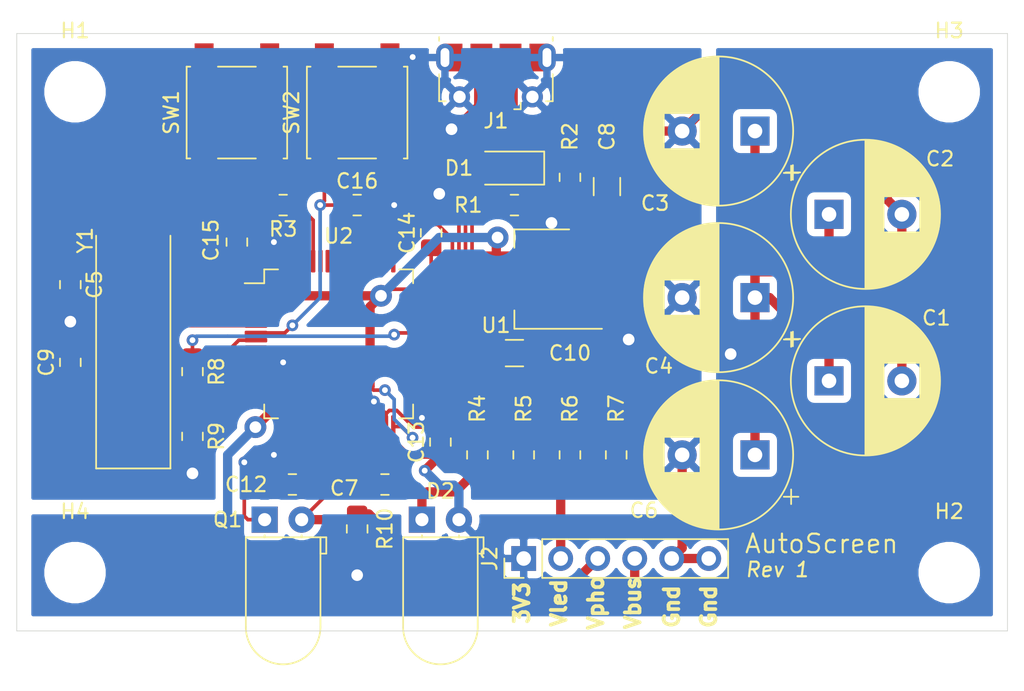
<source format=kicad_pcb>
(kicad_pcb (version 20171130) (host pcbnew "(5.1.4)-1")
  (layers (0 F.Cu signal) (31 B.Cu signal) (34 B.Paste user) (35 F.Paste user) (36 B.SilkS user) (37 F.SilkS user) (38 B.Mask user) (39 F.Mask user) (44 Edge.Cuts user))
  (net 0 "")
  (net 1 GND)
  (net 2 "Net-(C1-Pad1)")
  (net 3 "Net-(C5-Pad1)")
  (net 4 "Net-(C7-Pad1)")
  (net 5 "Net-(C9-Pad1)")
  (net 6 +3V3)
  (net 7 /NRST)
  (net 8 /Vbus)
  (net 9 "Net-(D1-Pad1)")
  (net 10 /USB_DP)
  (net 11 /USB_DM)
  (net 12 /BOOT0)
  (net 13 "Net-(R4-Pad2)")
  (net 14 "Net-(R5-Pad2)")
  (net 15 "Net-(R6-Pad2)")
  (net 16 "Net-(R7-Pad2)")
  (net 17 /Vbus_div2)
  (net 18 /Vled)
  (net 19 /Vphoto)
  (module Connector_PinHeader_2.54mm:PinHeader_1x06_P2.54mm_Vertical (layer F.Cu) (at 137.795 129.032 90)
    (fp_text reference J2 (at 0 -2.33 90) (layer F.SilkS))
    (fp_text value Conn_01x06_Male)
    (pad 6 thru_hole oval (at 0 12.7 90) (size 1.7 1.7) (drill 1) (layers *.Cu *.Mask) (net 1 GND))
    (pad 5 thru_hole oval (at 0 10.16 90) (size 1.7 1.7) (drill 1) (layers *.Cu *.Mask) (net 1 GND))
    (pad 4 thru_hole oval (at 0 7.62 90) (size 1.7 1.7) (drill 1) (layers *.Cu *.Mask) (net 8 /Vbus))
    (pad 3 thru_hole oval (at 0 5.08 90) (size 1.7 1.7) (drill 1) (layers *.Cu *.Mask) (net 19 /Vphoto))
    (pad 2 thru_hole oval (at 0 2.54 90) (size 1.7 1.7) (drill 1) (layers *.Cu *.Mask) (net 18 /Vled))
    (pad 1 thru_hole rect (at 0 0 90) (size 1.7 1.7) (drill 1) (layers *.Cu *.Mask) (net 6 +3V3))
  )
  (module MountingHole:MountingHole_3.2mm_M3 (layer F.Cu) (at 107 130)
    (fp_text reference H4 (at 0 -4.2) (layer F.SilkS))
    (fp_text value MountingHole)
    (pad 1 np_thru_hole circle (at 0 0) (size 3.2 3.2) (drill 3.2) (layers *.Cu *.Mask))
  )
  (module MountingHole:MountingHole_3.2mm_M3 (layer F.Cu) (at 167 97)
    (fp_text reference H3 (at 0 -4.2) (layer F.SilkS))
    (fp_text value MountingHole)
    (pad 1 np_thru_hole circle (at 0 0) (size 3.2 3.2) (drill 3.2) (layers *.Cu *.Mask))
  )
  (module MountingHole:MountingHole_3.2mm_M3 (layer F.Cu) (at 167 130)
    (fp_text reference H2 (at 0 -4.2) (layer F.SilkS))
    (fp_text value MountingHole)
    (pad 1 np_thru_hole circle (at 0 0) (size 3.2 3.2) (drill 3.2) (layers *.Cu *.Mask))
  )
  (module MountingHole:MountingHole_3.2mm_M3 (layer F.Cu) (at 107 97)
    (fp_text reference H1 (at 0 -4.2) (layer F.SilkS))
    (fp_text value MountingHole)
    (pad 1 np_thru_hole circle (at 0 0) (size 3.2 3.2) (drill 3.2) (layers *.Cu *.Mask))
  )
  (module Capacitor_SMD:C_0805_2012Metric_Pad1.15x1.40mm_HandSolder (layer F.Cu) (at 131.445 106.68 90)
    (fp_text reference C14 (at 0 -1.65 90) (layer F.SilkS))
    (fp_text value 0.1uF)
    (pad 2 smd roundrect (at 1.025 0 90) (size 1.15 1.4) (layers F.Cu F.Paste F.Mask) (roundrect_rratio 0.217391) (net 1 GND))
    (pad 1 smd roundrect (at -1.025 0 90) (size 1.15 1.4) (layers F.Cu F.Paste F.Mask) (roundrect_rratio 0.217391) (net 6 +3V3))
  )
  (module Crystal:Crystal_SMD_HC49-SD_HandSoldering (layer F.Cu) (at 110.998 112.776 90)
    (fp_text reference Y1 (at 5.588 -3.302 90) (layer F.SilkS))
    (fp_text value 12MHz)
    (pad 2 smd rect (at 5.9375 0 90) (size 7.875 2) (layers F.Cu F.Paste F.Mask) (net 3 "Net-(C5-Pad1)"))
    (pad 1 smd rect (at -5.9375 0 90) (size 7.875 2) (layers F.Cu F.Paste F.Mask) (net 5 "Net-(C9-Pad1)"))
  )
  (module Package_QFP:LQFP-64_10x10mm_P0.5mm (layer F.Cu) (at 125.095 114.3)
    (fp_text reference U2 (at 0 -7.4) (layer F.SilkS))
    (fp_text value STM32F722RETx)
    (pad 64 smd roundrect (at -3.75 -5.675) (size 0.3 1.55) (layers F.Cu F.Paste F.Mask) (net 6 +3V3))
    (pad 63 smd roundrect (at -3.25 -5.675) (size 0.3 1.55) (layers F.Cu F.Paste F.Mask) (net 1 GND))
    (pad 62 smd roundrect (at -2.75 -5.675) (size 0.3 1.55) (layers F.Cu F.Paste F.Mask))
    (pad 61 smd roundrect (at -2.25 -5.675) (size 0.3 1.55) (layers F.Cu F.Paste F.Mask))
    (pad 60 smd roundrect (at -1.75 -5.675) (size 0.3 1.55) (layers F.Cu F.Paste F.Mask) (net 12 /BOOT0))
    (pad 59 smd roundrect (at -1.25 -5.675) (size 0.3 1.55) (layers F.Cu F.Paste F.Mask))
    (pad 58 smd roundrect (at -0.75 -5.675) (size 0.3 1.55) (layers F.Cu F.Paste F.Mask))
    (pad 57 smd roundrect (at -0.25 -5.675) (size 0.3 1.55) (layers F.Cu F.Paste F.Mask))
    (pad 56 smd roundrect (at 0.25 -5.675) (size 0.3 1.55) (layers F.Cu F.Paste F.Mask))
    (pad 55 smd roundrect (at 0.75 -5.675) (size 0.3 1.55) (layers F.Cu F.Paste F.Mask))
    (pad 54 smd roundrect (at 1.25 -5.675) (size 0.3 1.55) (layers F.Cu F.Paste F.Mask))
    (pad 53 smd roundrect (at 1.75 -5.675) (size 0.3 1.55) (layers F.Cu F.Paste F.Mask))
    (pad 52 smd roundrect (at 2.25 -5.675) (size 0.3 1.55) (layers F.Cu F.Paste F.Mask))
    (pad 51 smd roundrect (at 2.75 -5.675) (size 0.3 1.55) (layers F.Cu F.Paste F.Mask))
    (pad 50 smd roundrect (at 3.25 -5.675) (size 0.3 1.55) (layers F.Cu F.Paste F.Mask))
    (pad 49 smd roundrect (at 3.75 -5.675) (size 0.3 1.55) (layers F.Cu F.Paste F.Mask))
    (pad 48 smd roundrect (at 5.675 -3.75) (size 1.55 0.3) (layers F.Cu F.Paste F.Mask) (net 6 +3V3))
    (pad 47 smd roundrect (at 5.675 -3.25) (size 1.55 0.3) (layers F.Cu F.Paste F.Mask) (net 1 GND))
    (pad 46 smd roundrect (at 5.675 -2.75) (size 1.55 0.3) (layers F.Cu F.Paste F.Mask))
    (pad 45 smd roundrect (at 5.675 -2.25) (size 1.55 0.3) (layers F.Cu F.Paste F.Mask) (net 10 /USB_DP))
    (pad 44 smd roundrect (at 5.675 -1.75) (size 1.55 0.3) (layers F.Cu F.Paste F.Mask) (net 11 /USB_DM))
    (pad 43 smd roundrect (at 5.675 -1.25) (size 1.55 0.3) (layers F.Cu F.Paste F.Mask))
    (pad 42 smd roundrect (at 5.675 -0.75) (size 1.55 0.3) (layers F.Cu F.Paste F.Mask) (net 8 /Vbus))
    (pad 41 smd roundrect (at 5.675 -0.25) (size 1.55 0.3) (layers F.Cu F.Paste F.Mask))
    (pad 40 smd roundrect (at 5.675 0.25) (size 1.55 0.3) (layers F.Cu F.Paste F.Mask))
    (pad 39 smd roundrect (at 5.675 0.75) (size 1.55 0.3) (layers F.Cu F.Paste F.Mask))
    (pad 38 smd roundrect (at 5.675 1.25) (size 1.55 0.3) (layers F.Cu F.Paste F.Mask))
    (pad 37 smd roundrect (at 5.675 1.75) (size 1.55 0.3) (layers F.Cu F.Paste F.Mask))
    (pad 36 smd roundrect (at 5.675 2.25) (size 1.55 0.3) (layers F.Cu F.Paste F.Mask) (net 16 "Net-(R7-Pad2)"))
    (pad 35 smd roundrect (at 5.675 2.75) (size 1.55 0.3) (layers F.Cu F.Paste F.Mask) (net 15 "Net-(R6-Pad2)"))
    (pad 34 smd roundrect (at 5.675 3.25) (size 1.55 0.3) (layers F.Cu F.Paste F.Mask) (net 14 "Net-(R5-Pad2)"))
    (pad 33 smd roundrect (at 5.675 3.75) (size 1.55 0.3) (layers F.Cu F.Paste F.Mask) (net 13 "Net-(R4-Pad2)"))
    (pad 32 smd roundrect (at 3.75 5.675) (size 0.3 1.55) (layers F.Cu F.Paste F.Mask) (net 6 +3V3))
    (pad 31 smd roundrect (at 3.25 5.675) (size 0.3 1.55) (layers F.Cu F.Paste F.Mask) (net 1 GND))
    (pad 30 smd roundrect (at 2.75 5.675) (size 0.3 1.55) (layers F.Cu F.Paste F.Mask) (net 4 "Net-(C7-Pad1)"))
    (pad 29 smd roundrect (at 2.25 5.675) (size 0.3 1.55) (layers F.Cu F.Paste F.Mask))
    (pad 28 smd roundrect (at 1.75 5.675) (size 0.3 1.55) (layers F.Cu F.Paste F.Mask))
    (pad 27 smd roundrect (at 1.25 5.675) (size 0.3 1.55) (layers F.Cu F.Paste F.Mask))
    (pad 26 smd roundrect (at 0.75 5.675) (size 0.3 1.55) (layers F.Cu F.Paste F.Mask))
    (pad 25 smd roundrect (at 0.25 5.675) (size 0.3 1.55) (layers F.Cu F.Paste F.Mask))
    (pad 24 smd roundrect (at -0.25 5.675) (size 0.3 1.55) (layers F.Cu F.Paste F.Mask))
    (pad 23 smd roundrect (at -0.75 5.675) (size 0.3 1.55) (layers F.Cu F.Paste F.Mask))
    (pad 22 smd roundrect (at -1.25 5.675) (size 0.3 1.55) (layers F.Cu F.Paste F.Mask) (net 19 /Vphoto))
    (pad 21 smd roundrect (at -1.75 5.675) (size 0.3 1.55) (layers F.Cu F.Paste F.Mask))
    (pad 20 smd roundrect (at -2.25 5.675) (size 0.3 1.55) (layers F.Cu F.Paste F.Mask))
    (pad 19 smd roundrect (at -2.75 5.675) (size 0.3 1.55) (layers F.Cu F.Paste F.Mask) (net 6 +3V3))
    (pad 18 smd roundrect (at -3.25 5.675) (size 0.3 1.55) (layers F.Cu F.Paste F.Mask) (net 1 GND))
    (pad 17 smd roundrect (at -3.75 5.675) (size 0.3 1.55) (layers F.Cu F.Paste F.Mask))
    (pad 16 smd roundrect (at -5.675 3.75) (size 1.55 0.3) (layers F.Cu F.Paste F.Mask))
    (pad 15 smd roundrect (at -5.675 3.25) (size 1.55 0.3) (layers F.Cu F.Paste F.Mask))
    (pad 14 smd roundrect (at -5.675 2.75) (size 1.55 0.3) (layers F.Cu F.Paste F.Mask))
    (pad 13 smd roundrect (at -5.675 2.25) (size 1.55 0.3) (layers F.Cu F.Paste F.Mask) (net 6 +3V3))
    (pad 12 smd roundrect (at -5.675 1.75) (size 1.55 0.3) (layers F.Cu F.Paste F.Mask) (net 1 GND))
    (pad 11 smd roundrect (at -5.675 1.25) (size 1.55 0.3) (layers F.Cu F.Paste F.Mask))
    (pad 10 smd roundrect (at -5.675 0.75) (size 1.55 0.3) (layers F.Cu F.Paste F.Mask))
    (pad 9 smd roundrect (at -5.675 0.25) (size 1.55 0.3) (layers F.Cu F.Paste F.Mask))
    (pad 8 smd roundrect (at -5.675 -0.25) (size 1.55 0.3) (layers F.Cu F.Paste F.Mask) (net 17 /Vbus_div2))
    (pad 7 smd roundrect (at -5.675 -0.75) (size 1.55 0.3) (layers F.Cu F.Paste F.Mask) (net 7 /NRST))
    (pad 6 smd roundrect (at -5.675 -1.25) (size 1.55 0.3) (layers F.Cu F.Paste F.Mask) (net 5 "Net-(C9-Pad1)"))
    (pad 5 smd roundrect (at -5.675 -1.75) (size 1.55 0.3) (layers F.Cu F.Paste F.Mask) (net 3 "Net-(C5-Pad1)"))
    (pad 4 smd roundrect (at -5.675 -2.25) (size 1.55 0.3) (layers F.Cu F.Paste F.Mask))
    (pad 3 smd roundrect (at -5.675 -2.75) (size 1.55 0.3) (layers F.Cu F.Paste F.Mask))
    (pad 2 smd roundrect (at -5.675 -3.25) (size 1.55 0.3) (layers F.Cu F.Paste F.Mask))
    (pad 1 smd roundrect (at -5.675 -3.75) (size 1.55 0.3) (layers F.Cu F.Paste F.Mask) (net 6 +3V3))
  )
  (module Package_TO_SOT_SMD:SOT-223-3_TabPin2 (layer F.Cu) (at 139.065 109.855 180)
    (fp_text reference U1 (at 3.175 -3.175) (layer F.SilkS))
    (fp_text value AZ1117-3.3)
    (pad 1 smd rect (at -3.15 -2.3 180) (size 2 1.5) (layers F.Cu F.Paste F.Mask) (net 1 GND))
    (pad 3 smd rect (at -3.15 2.3 180) (size 2 1.5) (layers F.Cu F.Paste F.Mask) (net 2 "Net-(C1-Pad1)"))
    (pad 2 smd rect (at -3.15 0 180) (size 2 1.5) (layers F.Cu F.Paste F.Mask) (net 6 +3V3))
    (pad 2 smd rect (at 3.15 0 180) (size 2 3.8) (layers F.Cu F.Paste F.Mask) (net 6 +3V3))
  )
  (module Button_Switch_SMD:SW_SPST_B3S-1000 (layer F.Cu) (at 126.365 98.425 90)
    (fp_text reference SW2 (at 0 -4.5 90) (layer F.SilkS))
    (fp_text value SW_Push)
    (pad 2 smd rect (at 3.975 2.25 90) (size 1.55 1.3) (layers F.Cu F.Paste F.Mask) (net 1 GND))
    (pad 2 smd rect (at -3.975 2.25 90) (size 1.55 1.3) (layers F.Cu F.Paste F.Mask) (net 1 GND))
    (pad 1 smd rect (at 3.975 -2.25 90) (size 1.55 1.3) (layers F.Cu F.Paste F.Mask) (net 7 /NRST))
    (pad 1 smd rect (at -3.975 -2.25 90) (size 1.55 1.3) (layers F.Cu F.Paste F.Mask) (net 7 /NRST))
  )
  (module Button_Switch_SMD:SW_SPST_B3S-1000 (layer F.Cu) (at 118.11 98.425 90)
    (fp_text reference SW1 (at 0 -4.5 90) (layer F.SilkS))
    (fp_text value SW_Push)
    (pad 2 smd rect (at 3.975 2.25 90) (size 1.55 1.3) (layers F.Cu F.Paste F.Mask) (net 12 /BOOT0))
    (pad 2 smd rect (at -3.975 2.25 90) (size 1.55 1.3) (layers F.Cu F.Paste F.Mask) (net 12 /BOOT0))
    (pad 1 smd rect (at 3.975 -2.25 90) (size 1.55 1.3) (layers F.Cu F.Paste F.Mask) (net 6 +3V3))
    (pad 1 smd rect (at -3.975 -2.25 90) (size 1.55 1.3) (layers F.Cu F.Paste F.Mask) (net 6 +3V3))
  )
  (module Resistor_SMD:R_0805_2012Metric_Pad1.15x1.40mm_HandSolder (layer F.Cu) (at 126.365 127 90)
    (fp_text reference R10 (at 0 1.905 90) (layer F.SilkS))
    (fp_text value 10kR)
    (pad 2 smd roundrect (at 1.025 0 90) (size 1.15 1.4) (layers F.Cu F.Paste F.Mask) (roundrect_rratio 0.217391) (net 19 /Vphoto))
    (pad 1 smd roundrect (at -1.025 0 90) (size 1.15 1.4) (layers F.Cu F.Paste F.Mask) (roundrect_rratio 0.217391) (net 6 +3V3))
  )
  (module Resistor_SMD:R_0805_2012Metric_Pad1.15x1.40mm_HandSolder (layer F.Cu) (at 115.062 120.65 270)
    (fp_text reference R9 (at 0 -1.65 90) (layer F.SilkS))
    (fp_text value 10kR)
    (pad 2 smd roundrect (at 1.025 0 270) (size 1.15 1.4) (layers F.Cu F.Paste F.Mask) (roundrect_rratio 0.217391) (net 1 GND))
    (pad 1 smd roundrect (at -1.025 0 270) (size 1.15 1.4) (layers F.Cu F.Paste F.Mask) (roundrect_rratio 0.217391) (net 17 /Vbus_div2))
  )
  (module Resistor_SMD:R_0805_2012Metric_Pad1.15x1.40mm_HandSolder (layer F.Cu) (at 115.062 116.205 270)
    (fp_text reference R8 (at 0 -1.65 90) (layer F.SilkS))
    (fp_text value 10kR)
    (pad 2 smd roundrect (at 1.025 0 270) (size 1.15 1.4) (layers F.Cu F.Paste F.Mask) (roundrect_rratio 0.217391) (net 17 /Vbus_div2))
    (pad 1 smd roundrect (at -1.025 0 270) (size 1.15 1.4) (layers F.Cu F.Paste F.Mask) (roundrect_rratio 0.217391) (net 8 /Vbus))
  )
  (module Resistor_SMD:R_0805_2012Metric_Pad1.15x1.40mm_HandSolder (layer F.Cu) (at 144.145 121.92 90)
    (fp_text reference R7 (at 3.175 0 90) (layer F.SilkS))
    (fp_text value 100R)
    (pad 2 smd roundrect (at 1.025 0 90) (size 1.15 1.4) (layers F.Cu F.Paste F.Mask) (roundrect_rratio 0.217391) (net 16 "Net-(R7-Pad2)"))
    (pad 1 smd roundrect (at -1.025 0 90) (size 1.15 1.4) (layers F.Cu F.Paste F.Mask) (roundrect_rratio 0.217391) (net 18 /Vled))
  )
  (module Resistor_SMD:R_0805_2012Metric_Pad1.15x1.40mm_HandSolder (layer F.Cu) (at 140.97 121.92 90)
    (fp_text reference R6 (at 3.175 0 90) (layer F.SilkS))
    (fp_text value 100R)
    (pad 2 smd roundrect (at 1.025 0 90) (size 1.15 1.4) (layers F.Cu F.Paste F.Mask) (roundrect_rratio 0.217391) (net 15 "Net-(R6-Pad2)"))
    (pad 1 smd roundrect (at -1.025 0 90) (size 1.15 1.4) (layers F.Cu F.Paste F.Mask) (roundrect_rratio 0.217391) (net 18 /Vled))
  )
  (module Resistor_SMD:R_0805_2012Metric_Pad1.15x1.40mm_HandSolder (layer F.Cu) (at 137.795 121.92 90)
    (fp_text reference R5 (at 3.175 0 90) (layer F.SilkS))
    (fp_text value 100R)
    (pad 2 smd roundrect (at 1.025 0 90) (size 1.15 1.4) (layers F.Cu F.Paste F.Mask) (roundrect_rratio 0.217391) (net 14 "Net-(R5-Pad2)"))
    (pad 1 smd roundrect (at -1.025 0 90) (size 1.15 1.4) (layers F.Cu F.Paste F.Mask) (roundrect_rratio 0.217391) (net 18 /Vled))
  )
  (module Resistor_SMD:R_0805_2012Metric_Pad1.15x1.40mm_HandSolder (layer F.Cu) (at 134.62 121.92 90)
    (fp_text reference R4 (at 3.175 0 90) (layer F.SilkS))
    (fp_text value 100R)
    (pad 2 smd roundrect (at 1.025 0 90) (size 1.15 1.4) (layers F.Cu F.Paste F.Mask) (roundrect_rratio 0.217391) (net 13 "Net-(R4-Pad2)"))
    (pad 1 smd roundrect (at -1.025 0 90) (size 1.15 1.4) (layers F.Cu F.Paste F.Mask) (roundrect_rratio 0.217391) (net 18 /Vled))
  )
  (module Resistor_SMD:R_0805_2012Metric_Pad1.15x1.40mm_HandSolder (layer F.Cu) (at 121.285 104.775 180)
    (fp_text reference R3 (at 0 -1.65) (layer F.SilkS))
    (fp_text value 10kR)
    (pad 2 smd roundrect (at 1.025 0 180) (size 1.15 1.4) (layers F.Cu F.Paste F.Mask) (roundrect_rratio 0.217391) (net 1 GND))
    (pad 1 smd roundrect (at -1.025 0 180) (size 1.15 1.4) (layers F.Cu F.Paste F.Mask) (roundrect_rratio 0.217391) (net 12 /BOOT0))
  )
  (module Resistor_SMD:R_0805_2012Metric_Pad1.15x1.40mm_HandSolder (layer F.Cu) (at 140.97 102.87 90)
    (fp_text reference R2 (at 2.794 0 90) (layer F.SilkS))
    (fp_text value 2.2R)
    (pad 2 smd roundrect (at 1.025 0 90) (size 1.15 1.4) (layers F.Cu F.Paste F.Mask) (roundrect_rratio 0.217391) (net 9 "Net-(D1-Pad1)"))
    (pad 1 smd roundrect (at -1.025 0 90) (size 1.15 1.4) (layers F.Cu F.Paste F.Mask) (roundrect_rratio 0.217391) (net 2 "Net-(C1-Pad1)"))
  )
  (module Resistor_SMD:R_0805_2012Metric_Pad1.15x1.40mm_HandSolder (layer F.Cu) (at 137.16 104.775 180)
    (fp_text reference R1 (at 3.175 0) (layer F.SilkS))
    (fp_text value 10kR)
    (pad 2 smd roundrect (at 1.025 0 180) (size 1.15 1.4) (layers F.Cu F.Paste F.Mask) (roundrect_rratio 0.217391) (net 8 /Vbus))
    (pad 1 smd roundrect (at -1.025 0 180) (size 1.15 1.4) (layers F.Cu F.Paste F.Mask) (roundrect_rratio 0.217391) (net 1 GND))
  )
  (module LED_THT:LED_D5.0mm_Horizontal_O1.27mm_Z3.0mm (layer F.Cu) (at 120.015 126.365)
    (fp_text reference Q1 (at -2.54 0) (layer F.SilkS))
    (fp_text value Q_Photo_NPN_EC)
    (pad 2 thru_hole circle (at 2.54 0) (size 1.8 1.8) (drill 0.9) (layers *.Cu *.Mask) (net 19 /Vphoto))
    (pad 1 thru_hole rect (at 0 0) (size 1.8 1.8) (drill 0.9) (layers *.Cu *.Mask) (net 1 GND))
  )
  (module Connector_USB:USB_Micro-B_Molex-105017-0001 (layer F.Cu) (at 135.89 95.885 180)
    (fp_text reference J1 (at 0 -3.1125) (layer F.SilkS))
    (fp_text value USB_B_Micro)
    (pad 6 smd rect (at -2.9 1.2375 180) (size 1.2 1.9) (layers F.Cu F.Mask) (net 1 GND))
    (pad 6 smd rect (at 2.9 1.2375 180) (size 1.2 1.9) (layers F.Cu F.Mask) (net 1 GND))
    (pad 6 thru_hole oval (at 3.5 1.2375 180) (size 1.2 1.9) (drill oval 0.6 1.3) (layers *.Cu *.Mask) (net 1 GND))
    (pad 6 thru_hole oval (at -3.5 1.2375) (size 1.2 1.9) (drill oval 0.6 1.3) (layers *.Cu *.Mask) (net 1 GND))
    (pad 6 smd rect (at -1 1.2375 180) (size 1.5 1.9) (layers F.Cu F.Paste F.Mask) (net 1 GND))
    (pad 6 thru_hole circle (at 2.5 -1.4625 180) (size 1.45 1.45) (drill 0.85) (layers *.Cu *.Mask) (net 1 GND))
    (pad 3 smd rect (at 0 -1.4625 180) (size 0.4 1.35) (layers F.Cu F.Paste F.Mask) (net 10 /USB_DP))
    (pad 4 smd rect (at 0.65 -1.4625 180) (size 0.4 1.35) (layers F.Cu F.Paste F.Mask))
    (pad 5 smd rect (at 1.3 -1.4625 180) (size 0.4 1.35) (layers F.Cu F.Paste F.Mask) (net 1 GND))
    (pad 1 smd rect (at -1.3 -1.4625 180) (size 0.4 1.35) (layers F.Cu F.Paste F.Mask) (net 8 /Vbus))
    (pad 2 smd rect (at -0.65 -1.4625 180) (size 0.4 1.35) (layers F.Cu F.Paste F.Mask) (net 11 /USB_DM))
    (pad 6 thru_hole circle (at -2.5 -1.4625 180) (size 1.45 1.45) (drill 0.85) (layers *.Cu *.Mask) (net 1 GND))
    (pad 6 smd rect (at 1 1.2375 180) (size 1.5 1.9) (layers F.Cu F.Paste F.Mask) (net 1 GND))
  )
  (module LED_THT:LED_D5.0mm_Horizontal_O1.27mm_Z3.0mm_IRBlack (layer F.Cu) (at 130.81 126.365)
    (fp_text reference D2 (at 1.27 -1.96) (layer F.SilkS))
    (fp_text value LED)
    (pad 2 thru_hole circle (at 2.54 0) (size 1.8 1.8) (drill 0.9) (layers *.Cu *.Mask) (net 6 +3V3))
    (pad 1 thru_hole rect (at 0 0) (size 1.8 1.8) (drill 0.9) (layers *.Cu *.Mask) (net 18 /Vled))
  )
  (module Diode_SMD:D_1206_3216Metric_Pad1.42x1.75mm_HandSolder (layer F.Cu) (at 136.7425 102.235 180)
    (fp_text reference D1 (at 3.3925 0) (layer F.SilkS))
    (fp_text value D_Schottky)
    (pad 2 smd roundrect (at 1.4875 0 180) (size 1.425 1.75) (layers F.Cu F.Paste F.Mask) (roundrect_rratio 0.175439) (net 8 /Vbus))
    (pad 1 smd roundrect (at -1.4875 0 180) (size 1.425 1.75) (layers F.Cu F.Paste F.Mask) (roundrect_rratio 0.175439) (net 9 "Net-(D1-Pad1)"))
  )
  (module Capacitor_SMD:C_0805_2012Metric_Pad1.15x1.40mm_HandSolder (layer F.Cu) (at 126.365 104.775)
    (fp_text reference C16 (at 0 -1.65) (layer F.SilkS))
    (fp_text value 0.1uF)
    (pad 2 smd roundrect (at 1.025 0) (size 1.15 1.4) (layers F.Cu F.Paste F.Mask) (roundrect_rratio 0.217391) (net 1 GND))
    (pad 1 smd roundrect (at -1.025 0) (size 1.15 1.4) (layers F.Cu F.Paste F.Mask) (roundrect_rratio 0.217391) (net 7 /NRST))
  )
  (module Capacitor_SMD:C_0805_2012Metric_Pad1.15x1.40mm_HandSolder (layer F.Cu) (at 118.11 107.315 90)
    (fp_text reference C15 (at 0.127 -1.778 90) (layer F.SilkS))
    (fp_text value 0.1uF)
    (pad 2 smd roundrect (at 1.025 0 90) (size 1.15 1.4) (layers F.Cu F.Paste F.Mask) (roundrect_rratio 0.217391) (net 1 GND))
    (pad 1 smd roundrect (at -1.025 0 90) (size 1.15 1.4) (layers F.Cu F.Paste F.Mask) (roundrect_rratio 0.217391) (net 6 +3V3))
  )
  (module Capacitor_SMD:C_0805_2012Metric_Pad1.15x1.40mm_HandSolder (layer F.Cu) (at 132.08 121.04 90)
    (fp_text reference C13 (at 0 -1.65 90) (layer F.SilkS))
    (fp_text value 0.1uF)
    (pad 2 smd roundrect (at 1.025 0 90) (size 1.15 1.4) (layers F.Cu F.Paste F.Mask) (roundrect_rratio 0.217391) (net 1 GND))
    (pad 1 smd roundrect (at -1.025 0 90) (size 1.15 1.4) (layers F.Cu F.Paste F.Mask) (roundrect_rratio 0.217391) (net 6 +3V3))
  )
  (module Capacitor_SMD:C_0805_2012Metric_Pad1.15x1.40mm_HandSolder (layer F.Cu) (at 121.92 123.952 180)
    (fp_text reference C12 (at 3.175 0) (layer F.SilkS))
    (fp_text value 0.1uF)
    (pad 2 smd roundrect (at 1.025 0 180) (size 1.15 1.4) (layers F.Cu F.Paste F.Mask) (roundrect_rratio 0.217391) (net 1 GND))
    (pad 1 smd roundrect (at -1.025 0 180) (size 1.15 1.4) (layers F.Cu F.Paste F.Mask) (roundrect_rratio 0.217391) (net 6 +3V3))
  )
  (module Capacitor_SMD:C_1206_3216Metric_Pad1.42x1.75mm_HandSolder (layer F.Cu) (at 137.16 114.935)
    (fp_text reference C10 (at 3.81 0) (layer F.SilkS))
    (fp_text value 10uF)
    (pad 2 smd roundrect (at 1.4875 0) (size 1.425 1.75) (layers F.Cu F.Paste F.Mask) (roundrect_rratio 0.175439) (net 1 GND))
    (pad 1 smd roundrect (at -1.4875 0) (size 1.425 1.75) (layers F.Cu F.Paste F.Mask) (roundrect_rratio 0.175439) (net 6 +3V3))
  )
  (module Capacitor_SMD:C_0805_2012Metric_Pad1.15x1.40mm_HandSolder (layer F.Cu) (at 106.68 115.57 90)
    (fp_text reference C9 (at 0 -1.65 90) (layer F.SilkS))
    (fp_text value 16pF)
    (pad 2 smd roundrect (at 1.025 0 90) (size 1.15 1.4) (layers F.Cu F.Paste F.Mask) (roundrect_rratio 0.217391) (net 1 GND))
    (pad 1 smd roundrect (at -1.025 0 90) (size 1.15 1.4) (layers F.Cu F.Paste F.Mask) (roundrect_rratio 0.217391) (net 5 "Net-(C9-Pad1)"))
  )
  (module Capacitor_SMD:C_1206_3216Metric_Pad1.42x1.75mm_HandSolder (layer F.Cu) (at 143.51 103.505 90)
    (fp_text reference C8 (at 3.429 0 90) (layer F.SilkS))
    (fp_text value 10uF)
    (pad 2 smd roundrect (at 1.4875 0 90) (size 1.425 1.75) (layers F.Cu F.Paste F.Mask) (roundrect_rratio 0.175439) (net 1 GND))
    (pad 1 smd roundrect (at -1.4875 0 90) (size 1.425 1.75) (layers F.Cu F.Paste F.Mask) (roundrect_rratio 0.175439) (net 2 "Net-(C1-Pad1)"))
  )
  (module Capacitor_SMD:C_0805_2012Metric_Pad1.15x1.40mm_HandSolder (layer F.Cu) (at 128.27 123.952)
    (fp_text reference C7 (at -2.794 0.254) (layer F.SilkS))
    (fp_text value 4.7uF)
    (pad 2 smd roundrect (at 1.025 0) (size 1.15 1.4) (layers F.Cu F.Paste F.Mask) (roundrect_rratio 0.217391) (net 1 GND))
    (pad 1 smd roundrect (at -1.025 0) (size 1.15 1.4) (layers F.Cu F.Paste F.Mask) (roundrect_rratio 0.217391) (net 4 "Net-(C7-Pad1)"))
  )
  (module Capacitor_THT:CP_Radial_D10.0mm_P5.00mm (layer F.Cu) (at 153.67 121.92 180)
    (fp_text reference C6 (at 7.62 -3.81) (layer F.SilkS))
    (fp_text value 2.2mF)
    (pad 2 thru_hole circle (at 5 0 180) (size 2 2) (drill 1) (layers *.Cu *.Mask) (net 1 GND))
    (pad 1 thru_hole rect (at 0 0 180) (size 2 2) (drill 1) (layers *.Cu *.Mask) (net 2 "Net-(C1-Pad1)"))
  )
  (module Capacitor_SMD:C_0805_2012Metric_Pad1.15x1.40mm_HandSolder (layer F.Cu) (at 106.68 110.236 270)
    (fp_text reference C5 (at 0 -1.65 90) (layer F.SilkS))
    (fp_text value 16pF)
    (pad 2 smd roundrect (at 1.025 0 270) (size 1.15 1.4) (layers F.Cu F.Paste F.Mask) (roundrect_rratio 0.217391) (net 1 GND))
    (pad 1 smd roundrect (at -1.025 0 270) (size 1.15 1.4) (layers F.Cu F.Paste F.Mask) (roundrect_rratio 0.217391) (net 3 "Net-(C5-Pad1)"))
  )
  (module Capacitor_THT:CP_Radial_D10.0mm_P5.00mm (layer F.Cu) (at 153.67 111.125 180)
    (fp_text reference C4 (at 6.604 -4.699) (layer F.SilkS))
    (fp_text value 2.2mF)
    (pad 2 thru_hole circle (at 5 0 180) (size 2 2) (drill 1) (layers *.Cu *.Mask) (net 1 GND))
    (pad 1 thru_hole rect (at 0 0 180) (size 2 2) (drill 1) (layers *.Cu *.Mask) (net 2 "Net-(C1-Pad1)"))
  )
  (module Capacitor_THT:CP_Radial_D10.0mm_P5.00mm (layer F.Cu) (at 153.67 99.695 180)
    (fp_text reference C3 (at 6.858 -4.953) (layer F.SilkS))
    (fp_text value 2.2mF)
    (pad 2 thru_hole circle (at 5 0 180) (size 2 2) (drill 1) (layers *.Cu *.Mask) (net 1 GND))
    (pad 1 thru_hole rect (at 0 0 180) (size 2 2) (drill 1) (layers *.Cu *.Mask) (net 2 "Net-(C1-Pad1)"))
  )
  (module Capacitor_THT:CP_Radial_D10.0mm_P5.00mm (layer F.Cu) (at 158.75 105.41)
    (fp_text reference C2 (at 7.62 -3.81) (layer F.SilkS))
    (fp_text value 2.2mF)
    (pad 2 thru_hole circle (at 5 0) (size 2 2) (drill 1) (layers *.Cu *.Mask) (net 1 GND))
    (pad 1 thru_hole rect (at 0 0) (size 2 2) (drill 1) (layers *.Cu *.Mask) (net 2 "Net-(C1-Pad1)"))
  )
  (module Capacitor_THT:CP_Radial_D10.0mm_P5.00mm (layer F.Cu) (at 158.75 116.84)
    (fp_text reference C1 (at 7.366 -4.318) (layer F.SilkS))
    (fp_text value 2.2mF)
    (pad 2 thru_hole circle (at 5 0) (size 2 2) (drill 1) (layers *.Cu *.Mask) (net 1 GND))
    (pad 1 thru_hole rect (at 0 0) (size 2 2) (drill 1) (layers *.Cu *.Mask) (net 2 "Net-(C1-Pad1)"))
  )
  (gr_text "Rev 1" (at 155.194 129.794) (layer F.SilkS) (effects (font (size 1 1) (thickness 0.15) italic)))
  (gr_text AutoScreen (at 158.242 128.016) (layer F.SilkS) (effects (font (size 1.27 1.27))))
  (gr_text 3V3 (at 137.668 132.08 90) (layer F.SilkS) (effects (font (size 1.016 1.016) (thickness 0.254))))
  (gr_text Vled (at 140.208 132.08 90) (layer F.SilkS) (effects (font (size 1.016 1.016) (thickness 0.254))))
  (gr_text Vpho (at 142.748 132.08 90) (layer F.SilkS) (effects (font (size 1.016 1.016) (thickness 0.254))))
  (gr_text Vbus (at 145.288 132.08 90) (layer F.SilkS) (effects (font (size 1.016 1.016) (thickness 0.254))))
  (gr_text Gnd (at 147.955 132.334 90) (layer F.SilkS) (effects (font (size 1.016 1.016) (thickness 0.254))))
  (gr_text Gnd (at 150.495 132.334 90) (layer F.SilkS) (effects (font (size 1.016 1.016) (thickness 0.254))))
  (gr_line (start 103 134) (end 103 93) (layer Edge.Cuts) (width 0.05))
  (gr_line (start 171 134) (end 103 134) (layer Edge.Cuts) (width 0.05))
  (gr_line (start 171 93) (end 171 134) (layer Edge.Cuts) (width 0.05))
  (gr_line (start 103 93) (end 171 93) (layer Edge.Cuts) (width 0.05))
  (segment (start 163.75 116.84) (end 163.75 105.41) (width 0.635) (layer F.Cu) (net 1))
  (segment (start 162.750001 104.410001) (end 162.750001 103.750001) (width 0.635) (layer F.Cu) (net 1))
  (segment (start 163.75 105.41) (end 162.750001 104.410001) (width 0.635) (layer F.Cu) (net 1))
  (segment (start 162.750001 103.750001) (end 156 97) (width 0.635) (layer F.Cu) (net 1))
  (segment (start 151.365 97) (end 148.67 99.695) (width 0.635) (layer F.Cu) (net 1))
  (segment (start 156 97) (end 151.365 97) (width 0.635) (layer F.Cu) (net 1))
  (segment (start 130.225702 120.015) (end 132.08 120.015) (width 0.25) (layer F.Cu) (net 1))
  (segment (start 129.085692 118.87499) (end 130.225702 120.015) (width 0.25) (layer F.Cu) (net 1))
  (segment (start 128.57001 118.87499) (end 129.085692 118.87499) (width 0.25) (layer F.Cu) (net 1))
  (segment (start 128.345 119.975) (end 128.345 119.1) (width 0.25) (layer F.Cu) (net 1))
  (segment (start 128.345 119.1) (end 128.57001 118.87499) (width 0.25) (layer F.Cu) (net 1))
  (segment (start 139.435 114.935) (end 142.215 112.155) (width 0.635) (layer F.Cu) (net 1))
  (segment (start 138.6475 114.935) (end 139.435 114.935) (width 0.635) (layer F.Cu) (net 1))
  (via (at 145 114) (size 1.5) (drill 0.8) (layers F.Cu B.Cu) (net 1))
  (segment (start 142.215 112.155) (end 143.155 112.155) (width 0.635) (layer F.Cu) (net 1))
  (segment (start 143.155 112.155) (end 145 114) (width 0.635) (layer F.Cu) (net 1))
  (via (at 139.7025 106) (size 1.5) (drill 0.8) (layers F.Cu B.Cu) (net 1))
  (segment (start 138.185 104.775) (end 138.4775 104.775) (width 0.635) (layer F.Cu) (net 1))
  (segment (start 138.4775 104.775) (end 139.7025 106) (width 0.635) (layer F.Cu) (net 1))
  (segment (start 147.255787 99.695) (end 148.67 99.695) (width 0.635) (layer F.Cu) (net 1))
  (segment (start 145.02 99.695) (end 147.255787 99.695) (width 0.635) (layer F.Cu) (net 1))
  (segment (start 143.51 101.205) (end 145.02 99.695) (width 0.635) (layer F.Cu) (net 1))
  (segment (start 143.51 102.0175) (end 143.51 101.205) (width 0.635) (layer F.Cu) (net 1))
  (via (at 132 104) (size 1.5) (drill 0.8) (layers F.Cu B.Cu) (net 1))
  (segment (start 131.445 105.655) (end 131.445 104.555) (width 0.635) (layer F.Cu) (net 1))
  (segment (start 131.445 104.555) (end 132 104) (width 0.635) (layer F.Cu) (net 1))
  (segment (start 131.645 111.05) (end 132.89999 109.79501) (width 0.25) (layer F.Cu) (net 1))
  (segment (start 130.77 111.05) (end 131.645 111.05) (width 0.25) (layer F.Cu) (net 1))
  (segment (start 132.89999 107.10999) (end 131.445 105.655) (width 0.25) (layer F.Cu) (net 1))
  (segment (start 132.89999 109.79501) (end 132.89999 107.10999) (width 0.25) (layer F.Cu) (net 1))
  (via (at 130.175 94.615) (size 0.8) (drill 0.4) (layers F.Cu B.Cu) (net 1))
  (segment (start 128.615 94.45) (end 130.01 94.45) (width 0.25) (layer F.Cu) (net 1))
  (segment (start 130.01 94.45) (end 130.175 94.615) (width 0.25) (layer F.Cu) (net 1))
  (segment (start 119.625 104.775) (end 118.11 106.29) (width 0.635) (layer F.Cu) (net 1))
  (segment (start 120.26 104.775) (end 119.625 104.775) (width 0.635) (layer F.Cu) (net 1))
  (segment (start 121.845 106.36) (end 120.26 104.775) (width 0.25) (layer F.Cu) (net 1))
  (segment (start 128.615 103.55) (end 127.39 104.775) (width 0.25) (layer F.Cu) (net 1))
  (segment (start 128.615 102.4) (end 128.615 103.55) (width 0.25) (layer F.Cu) (net 1))
  (via (at 128.905 104.775) (size 0.8) (drill 0.4) (layers F.Cu B.Cu) (net 1))
  (segment (start 127.39 104.775) (end 128.905 104.775) (width 0.25) (layer F.Cu) (net 1))
  (via (at 120.65 107.315) (size 0.8) (drill 0.4) (layers F.Cu B.Cu) (net 1))
  (segment (start 120.725 107.24) (end 120.65 107.315) (width 0.25) (layer F.Cu) (net 1))
  (segment (start 121.845 107.24) (end 120.725 107.24) (width 0.25) (layer F.Cu) (net 1))
  (segment (start 121.845 107.24) (end 121.845 106.36) (width 0.25) (layer F.Cu) (net 1))
  (segment (start 121.845 108.625) (end 121.845 107.24) (width 0.25) (layer F.Cu) (net 1))
  (segment (start 119.625 106.29) (end 120.65 107.315) (width 0.25) (layer F.Cu) (net 1))
  (segment (start 118.11 106.29) (end 119.625 106.29) (width 0.25) (layer F.Cu) (net 1))
  (via (at 130.81 119.38) (size 0.8) (drill 0.4) (layers F.Cu B.Cu) (net 1))
  (segment (start 132.08 120.015) (end 131.445 120.015) (width 0.25) (layer F.Cu) (net 1))
  (segment (start 131.445 120.015) (end 130.81 119.38) (width 0.25) (layer F.Cu) (net 1))
  (via (at 127.515547 118.256995) (size 0.8) (drill 0.4) (layers F.Cu B.Cu) (net 1))
  (segment (start 128.345 119.975) (end 128.345 119.086448) (width 0.25) (layer F.Cu) (net 1))
  (segment (start 128.345 119.086448) (end 127.515547 118.256995) (width 0.25) (layer F.Cu) (net 1))
  (segment (start 127.635 118.376448) (end 127.515547 118.256995) (width 0.25) (layer B.Cu) (net 1))
  (via (at 121.285 115.57) (size 0.8) (drill 0.4) (layers F.Cu B.Cu) (net 1))
  (segment (start 119.42 116.05) (end 120.805 116.05) (width 0.25) (layer F.Cu) (net 1))
  (segment (start 120.805 116.05) (end 121.285 115.57) (width 0.25) (layer F.Cu) (net 1))
  (segment (start 148.67 128.317) (end 147.955 129.032) (width 0.635) (layer F.Cu) (net 1))
  (segment (start 148.67 121.92) (end 148.67 128.317) (width 0.635) (layer F.Cu) (net 1))
  (segment (start 150.495 129.032) (end 147.955 129.032) (width 0.635) (layer F.Cu) (net 1))
  (segment (start 138.79 94.6475) (end 136.89 94.6475) (width 0.635) (layer F.Cu) (net 1))
  (segment (start 136.89 94.6475) (end 134.89 94.6475) (width 0.635) (layer F.Cu) (net 1))
  (segment (start 134.89 94.6475) (end 132.99 94.6475) (width 0.635) (layer F.Cu) (net 1))
  (segment (start 132.99 94.6475) (end 132.39 94.6475) (width 0.635) (layer F.Cu) (net 1))
  (via (at 132.842 99.568) (size 1.5) (drill 0.8) (layers F.Cu B.Cu) (net 1))
  (segment (start 132.8445 99.568) (end 132.842 99.568) (width 0.25) (layer F.Cu) (net 1))
  (segment (start 134.59 97.3475) (end 134.59 97.8225) (width 0.25) (layer F.Cu) (net 1))
  (segment (start 134.59 97.8225) (end 132.8445 99.568) (width 0.25) (layer F.Cu) (net 1))
  (via (at 106.68 112.776) (size 1.5) (drill 0.8) (layers F.Cu B.Cu) (net 1))
  (segment (start 106.68 111.261) (end 106.68 112.776) (width 0.25) (layer F.Cu) (net 1))
  (segment (start 106.68 112.776) (end 106.68 114.545) (width 0.25) (layer F.Cu) (net 1))
  (via (at 115.062 123.19) (size 1.5) (drill 0.8) (layers F.Cu B.Cu) (net 1))
  (segment (start 115.062 121.675) (end 115.062 123.19) (width 0.25) (layer F.Cu) (net 1))
  (segment (start 121.845 123.002) (end 120.895 123.952) (width 0.25) (layer F.Cu) (net 1))
  (via (at 120.65 121.92) (size 0.8) (drill 0.4) (layers F.Cu B.Cu) (net 1))
  (segment (start 120.829 121.741) (end 120.65 121.92) (width 0.25) (layer F.Cu) (net 1))
  (segment (start 121.845 121.741) (end 120.829 121.741) (width 0.25) (layer F.Cu) (net 1))
  (segment (start 121.845 121.741) (end 121.845 123.002) (width 0.25) (layer F.Cu) (net 1))
  (segment (start 121.845 119.975) (end 121.845 121.741) (width 0.25) (layer F.Cu) (net 1))
  (segment (start 118.865 126.365) (end 118.618 126.118) (width 0.25) (layer F.Cu) (net 1))
  (segment (start 120.015 126.365) (end 118.865 126.365) (width 0.25) (layer F.Cu) (net 1))
  (via (at 118.618 122.428) (size 0.8) (drill 0.4) (layers F.Cu B.Cu) (net 1))
  (segment (start 118.618 126.118) (end 118.618 122.428) (width 0.25) (layer F.Cu) (net 1))
  (segment (start 128.345 123.002) (end 129.295 123.952) (width 0.25) (layer F.Cu) (net 1))
  (segment (start 128.345 119.975) (end 128.345 123.002) (width 0.25) (layer F.Cu) (net 1))
  (segment (start 140.97 106.31) (end 142.215 107.555) (width 0.635) (layer F.Cu) (net 2))
  (segment (start 140.97 103.895) (end 140.97 106.31) (width 0.635) (layer F.Cu) (net 2))
  (segment (start 143.51 106.26) (end 142.215 107.555) (width 0.635) (layer F.Cu) (net 2))
  (segment (start 143.51 104.9925) (end 143.51 106.26) (width 0.635) (layer F.Cu) (net 2))
  (segment (start 153.67 111.125) (end 153.67 122.555) (width 0.635) (layer F.Cu) (net 2))
  (segment (start 153.67 99.695) (end 153.67 105.41) (width 0.635) (layer F.Cu) (net 2))
  (segment (start 153.67 105.41) (end 153.67 111.125) (width 0.635) (layer F.Cu) (net 2))
  (segment (start 153.67 109.49) (end 153.67 111.125) (width 0.635) (layer F.Cu) (net 2))
  (segment (start 142.215 107.555) (end 151.735 107.555) (width 0.635) (layer F.Cu) (net 2))
  (segment (start 156.44 109.355) (end 153.535 109.355) (width 0.635) (layer F.Cu) (net 2))
  (segment (start 158.75 107.045) (end 156.44 109.355) (width 0.635) (layer F.Cu) (net 2))
  (segment (start 158.75 105.41) (end 158.75 107.045) (width 0.635) (layer F.Cu) (net 2))
  (segment (start 151.735 107.555) (end 153.535 109.355) (width 0.635) (layer F.Cu) (net 2))
  (segment (start 153.535 109.355) (end 153.67 109.49) (width 0.635) (layer F.Cu) (net 2))
  (segment (start 154.67 111.125) (end 153.67 111.125) (width 0.635) (layer F.Cu) (net 2))
  (segment (start 158.75 115.205) (end 154.67 111.125) (width 0.635) (layer F.Cu) (net 2))
  (segment (start 158.75 116.84) (end 158.75 115.205) (width 0.635) (layer F.Cu) (net 2))
  (segment (start 118.545 112.55) (end 118.517 112.522) (width 0.25) (layer F.Cu) (net 3))
  (segment (start 119.42 112.55) (end 118.545 112.55) (width 0.25) (layer F.Cu) (net 3))
  (segment (start 118.517 112.522) (end 112.014 112.522) (width 0.25) (layer F.Cu) (net 3))
  (segment (start 112.014 112.522) (end 110.998 111.506) (width 0.25) (layer F.Cu) (net 3))
  (segment (start 109.211 109.211) (end 110.998 110.998) (width 0.25) (layer F.Cu) (net 3))
  (segment (start 106.68 109.211) (end 109.211 109.211) (width 0.25) (layer F.Cu) (net 3))
  (segment (start 110.998 111.506) (end 110.998 110.998) (width 0.25) (layer F.Cu) (net 3))
  (segment (start 110.998 110.998) (end 110.998 106.8385) (width 0.25) (layer F.Cu) (net 3))
  (segment (start 127.845 123.352) (end 127.245 123.952) (width 0.25) (layer F.Cu) (net 4))
  (segment (start 127.845 119.975) (end 127.845 123.352) (width 0.25) (layer F.Cu) (net 4))
  (segment (start 119.42 113.05) (end 111.994 113.05) (width 0.25) (layer F.Cu) (net 5))
  (segment (start 111.994 113.05) (end 110.998 114.046) (width 0.25) (layer F.Cu) (net 5))
  (segment (start 109.580372 115.971628) (end 110.998 114.554) (width 0.25) (layer F.Cu) (net 5))
  (segment (start 107.303372 115.971628) (end 109.580372 115.971628) (width 0.25) (layer F.Cu) (net 5))
  (segment (start 106.68 116.595) (end 107.303372 115.971628) (width 0.25) (layer F.Cu) (net 5))
  (segment (start 110.998 114.046) (end 110.998 114.554) (width 0.25) (layer F.Cu) (net 5))
  (segment (start 110.998 114.554) (end 110.998 118.7135) (width 0.25) (layer F.Cu) (net 5))
  (via (at 131 123) (size 0.8) (drill 0.4) (layers F.Cu B.Cu) (net 6))
  (segment (start 132.08 122.065) (end 131.935 122.065) (width 0.635) (layer F.Cu) (net 6))
  (segment (start 131.935 122.065) (end 131 123) (width 0.635) (layer F.Cu) (net 6))
  (segment (start 131 123) (end 132 124) (width 0.635) (layer B.Cu) (net 6))
  (segment (start 132 124) (end 133 124) (width 0.635) (layer B.Cu) (net 6))
  (segment (start 133.35 124.35) (end 133.35 126.365) (width 0.635) (layer B.Cu) (net 6))
  (segment (start 133 124) (end 133.35 124.35) (width 0.635) (layer B.Cu) (net 6))
  (segment (start 131.28 122.065) (end 132.08 122.065) (width 0.25) (layer F.Cu) (net 6))
  (segment (start 130.06 122.065) (end 131.28 122.065) (width 0.25) (layer F.Cu) (net 6))
  (segment (start 128.845 120.85) (end 130.06 122.065) (width 0.25) (layer F.Cu) (net 6))
  (segment (start 128.845 119.975) (end 128.845 120.85) (width 0.25) (layer F.Cu) (net 6))
  (segment (start 135.915 114.6925) (end 135.6725 114.935) (width 0.635) (layer F.Cu) (net 6))
  (segment (start 135.915 109.855) (end 135.915 114.6925) (width 0.635) (layer F.Cu) (net 6))
  (segment (start 135.915 109.855) (end 142.215 109.855) (width 0.635) (layer F.Cu) (net 6))
  (segment (start 143.85 109.855) (end 146 112.005) (width 0.635) (layer F.Cu) (net 6))
  (segment (start 142.215 109.855) (end 143.85 109.855) (width 0.635) (layer F.Cu) (net 6))
  (segment (start 146 112.005) (end 148.995 115) (width 0.635) (layer F.Cu) (net 6))
  (via (at 152 115) (size 1.5) (drill 0.8) (layers F.Cu B.Cu) (net 6))
  (segment (start 148.995 115) (end 152 115) (width 0.635) (layer F.Cu) (net 6))
  (segment (start 131.445 109.875) (end 130.77 110.55) (width 0.25) (layer F.Cu) (net 6))
  (segment (start 131.445 107.705) (end 131.445 109.875) (width 0.25) (layer F.Cu) (net 6))
  (via (at 136 107) (size 1.5) (drill 0.8) (layers F.Cu B.Cu) (net 6))
  (segment (start 135.915 109.855) (end 135.915 107.085) (width 0.635) (layer F.Cu) (net 6))
  (segment (start 135.915 107.085) (end 136 107) (width 0.635) (layer F.Cu) (net 6))
  (via (at 128 111) (size 1.5) (drill 0.8) (layers F.Cu B.Cu) (net 6))
  (segment (start 136 107) (end 132 107) (width 0.635) (layer B.Cu) (net 6))
  (segment (start 132 107) (end 128 111) (width 0.635) (layer B.Cu) (net 6))
  (segment (start 128.45 110.55) (end 128 111) (width 0.25) (layer F.Cu) (net 6))
  (segment (start 130.77 110.55) (end 128.45 110.55) (width 0.25) (layer F.Cu) (net 6))
  (segment (start 115.86 94.45) (end 115.86 102.4) (width 0.25) (layer F.Cu) (net 6))
  (segment (start 118.395 108.625) (end 118.11 108.34) (width 0.25) (layer F.Cu) (net 6))
  (segment (start 121.345 108.625) (end 118.395 108.625) (width 0.25) (layer F.Cu) (net 6))
  (segment (start 118.11 109.24) (end 119.42 110.55) (width 0.25) (layer F.Cu) (net 6))
  (segment (start 118.11 108.34) (end 118.11 109.24) (width 0.25) (layer F.Cu) (net 6))
  (segment (start 127.250001 111.749999) (end 127.250001 117.224999) (width 0.635) (layer F.Cu) (net 6))
  (segment (start 128 111) (end 127.250001 111.749999) (width 0.635) (layer F.Cu) (net 6))
  (segment (start 127.250001 117.224999) (end 126.365 118.11) (width 0.635) (layer F.Cu) (net 6))
  (segment (start 126.365 118.11) (end 122.555 118.11) (width 0.635) (layer F.Cu) (net 6))
  (segment (start 120.995 116.55) (end 121.285 116.84) (width 0.25) (layer F.Cu) (net 6))
  (segment (start 119.42 116.55) (end 120.995 116.55) (width 0.25) (layer F.Cu) (net 6))
  (segment (start 122.345 118.32) (end 122.555 118.11) (width 0.25) (layer F.Cu) (net 6))
  (segment (start 122.345 119.975) (end 122.345 118.32) (width 0.25) (layer F.Cu) (net 6))
  (via (at 130.167998 120.7377) (size 0.8) (drill 0.4) (layers F.Cu B.Cu) (net 6))
  (segment (start 128.845 119.975) (end 129.405298 119.975) (width 0.25) (layer F.Cu) (net 6))
  (segment (start 129.405298 119.975) (end 130.167998 120.7377) (width 0.25) (layer F.Cu) (net 6))
  (segment (start 130.167998 120.7377) (end 128.905 119.474702) (width 0.25) (layer B.Cu) (net 6))
  (via (at 128.27 117.475) (size 0.8) (drill 0.4) (layers F.Cu B.Cu) (net 6))
  (segment (start 128.905 119.474702) (end 128.905 118.11) (width 0.25) (layer B.Cu) (net 6))
  (segment (start 128.905 118.11) (end 128.27 117.475) (width 0.25) (layer B.Cu) (net 6))
  (segment (start 127.500002 117.475) (end 127.250001 117.224999) (width 0.25) (layer F.Cu) (net 6))
  (segment (start 128.27 117.475) (end 127.500002 117.475) (width 0.25) (layer F.Cu) (net 6))
  (segment (start 128 111) (end 121.41 111) (width 0.635) (layer F.Cu) (net 6))
  (segment (start 120.73929 110.32929) (end 121.41 111) (width 0.25) (layer F.Cu) (net 6))
  (segment (start 119.64071 110.32929) (end 120.73929 110.32929) (width 0.25) (layer F.Cu) (net 6))
  (segment (start 119.42 110.55) (end 119.64071 110.32929) (width 0.25) (layer F.Cu) (net 6))
  (segment (start 121.12429 110.71429) (end 121.41 111) (width 0.25) (layer F.Cu) (net 6))
  (segment (start 121.12429 108.84571) (end 121.12429 110.71429) (width 0.25) (layer F.Cu) (net 6))
  (segment (start 121.345 108.625) (end 121.12429 108.84571) (width 0.25) (layer F.Cu) (net 6))
  (via (at 126.365 130.175) (size 1.5) (drill 0.8) (layers F.Cu B.Cu) (net 6))
  (segment (start 126.365 128.025) (end 126.365 130.175) (width 0.635) (layer F.Cu) (net 6))
  (via (at 119.38 120.015) (size 1.5) (drill 0.8) (layers F.Cu B.Cu) (net 6))
  (segment (start 121.92 117.475) (end 119.38 120.015) (width 0.635) (layer F.Cu) (net 6))
  (segment (start 121.92 117.475) (end 121.285 116.84) (width 0.635) (layer F.Cu) (net 6))
  (segment (start 122.555 118.11) (end 121.92 117.475) (width 0.635) (layer F.Cu) (net 6))
  (segment (start 119.38 120.015) (end 117.475 121.92) (width 0.635) (layer B.Cu) (net 6))
  (segment (start 117.475 121.92) (end 117.475 126.365) (width 0.635) (layer B.Cu) (net 6))
  (segment (start 115.86 106.09) (end 115.86 102.4) (width 0.635) (layer F.Cu) (net 6))
  (segment (start 118.11 108.34) (end 115.86 106.09) (width 0.635) (layer F.Cu) (net 6))
  (segment (start 122.345 123.352) (end 122.945 123.952) (width 0.25) (layer F.Cu) (net 6))
  (segment (start 122.345 119.975) (end 122.345 123.352) (width 0.25) (layer F.Cu) (net 6))
  (via (at 121.92 113.03) (size 0.8) (drill 0.4) (layers F.Cu B.Cu) (net 7))
  (segment (start 119.42 113.55) (end 121.4 113.55) (width 0.25) (layer F.Cu) (net 7))
  (segment (start 121.4 113.55) (end 121.92 113.03) (width 0.25) (layer F.Cu) (net 7))
  (via (at 123.825 104.775) (size 0.8) (drill 0.4) (layers F.Cu B.Cu) (net 7))
  (segment (start 121.92 113.03) (end 123.825 111.125) (width 0.25) (layer B.Cu) (net 7))
  (segment (start 123.825 111.125) (end 123.825 104.775) (width 0.25) (layer B.Cu) (net 7))
  (segment (start 123.825 104.775) (end 125.34 104.775) (width 0.25) (layer F.Cu) (net 7))
  (segment (start 124.115 104.485) (end 123.825 104.775) (width 0.25) (layer F.Cu) (net 7))
  (segment (start 124.115 102.4) (end 124.115 104.485) (width 0.25) (layer F.Cu) (net 7))
  (segment (start 124.115 94.45) (end 124.115 102.4) (width 0.25) (layer F.Cu) (net 7))
  (segment (start 131.645 113.55) (end 134.25002 110.94498) (width 0.25) (layer F.Cu) (net 8))
  (segment (start 130.77 113.55) (end 131.645 113.55) (width 0.25) (layer F.Cu) (net 8))
  (segment (start 134.25002 110.94498) (end 134.25002 105.77998) (width 0.25) (layer F.Cu) (net 8))
  (segment (start 135.255 104.775) (end 136.135 104.775) (width 0.25) (layer F.Cu) (net 8))
  (segment (start 134.25002 105.77998) (end 135.255 104.775) (width 0.25) (layer F.Cu) (net 8))
  (segment (start 135.255 102.235) (end 135.255 100.965) (width 0.635) (layer F.Cu) (net 8))
  (segment (start 137.19 99.03) (end 137.16 99.06) (width 0.25) (layer F.Cu) (net 8))
  (segment (start 137.19 97.3475) (end 137.19 99.03) (width 0.25) (layer F.Cu) (net 8))
  (segment (start 135.255 103.895) (end 136.135 104.775) (width 0.635) (layer F.Cu) (net 8))
  (segment (start 135.255 102.235) (end 135.255 103.895) (width 0.635) (layer F.Cu) (net 8))
  (via (at 128.905 113.665) (size 0.8) (drill 0.4) (layers F.Cu B.Cu) (net 8))
  (segment (start 117.475 113.775) (end 128.795 113.775) (width 0.25) (layer B.Cu) (net 8))
  (segment (start 128.795 113.775) (end 128.905 113.665) (width 0.25) (layer B.Cu) (net 8))
  (segment (start 129.02 113.55) (end 130.77 113.55) (width 0.25) (layer F.Cu) (net 8))
  (segment (start 128.905 113.665) (end 129.02 113.55) (width 0.25) (layer F.Cu) (net 8))
  (segment (start 135.255 100.965) (end 137.033 99.187) (width 0.635) (layer F.Cu) (net 8))
  (segment (start 137.033 99.187) (end 137.16 99.06) (width 0.635) (layer F.Cu) (net 8))
  (segment (start 145.415 131.191) (end 145.415 129.032) (width 0.635) (layer F.Cu) (net 8))
  (segment (start 146.05 131.826) (end 145.415 131.191) (width 0.635) (layer F.Cu) (net 8))
  (segment (start 142.621 99.187) (end 146.812 94.996) (width 0.635) (layer F.Cu) (net 8))
  (segment (start 137.033 99.187) (end 142.621 99.187) (width 0.635) (layer F.Cu) (net 8))
  (segment (start 146.812 94.996) (end 156.972 94.996) (width 0.635) (layer F.Cu) (net 8))
  (segment (start 156.972 94.996) (end 167.64 105.664) (width 0.635) (layer F.Cu) (net 8))
  (segment (start 157.988 131.826) (end 146.05 131.826) (width 0.635) (layer F.Cu) (net 8))
  (segment (start 167.64 105.664) (end 167.64 122.174) (width 0.635) (layer F.Cu) (net 8))
  (segment (start 167.64 122.174) (end 157.988 131.826) (width 0.635) (layer F.Cu) (net 8))
  (via (at 115.062 114.046) (size 0.8) (drill 0.4) (layers F.Cu B.Cu) (net 8))
  (segment (start 117.475 113.775) (end 115.333 113.775) (width 0.25) (layer B.Cu) (net 8))
  (segment (start 115.333 113.775) (end 115.062 114.046) (width 0.25) (layer B.Cu) (net 8))
  (segment (start 115.062 114.046) (end 115.062 115.18) (width 0.25) (layer F.Cu) (net 8))
  (segment (start 140.58 102.235) (end 140.97 101.845) (width 0.635) (layer F.Cu) (net 9))
  (segment (start 138.23 102.235) (end 140.58 102.235) (width 0.635) (layer F.Cu) (net 9))
  (segment (start 130.81 124.83) (end 131.18 124.46) (width 0.635) (layer F.Cu) (net 18))
  (segment (start 130.81 126.365) (end 130.81 124.83) (width 0.635) (layer F.Cu) (net 18))
  (segment (start 133.105 124.46) (end 134.62 122.945) (width 0.635) (layer F.Cu) (net 18))
  (segment (start 131.18 124.46) (end 133.105 124.46) (width 0.635) (layer F.Cu) (net 18))
  (segment (start 134.62 122.945) (end 137.795 122.945) (width 0.635) (layer F.Cu) (net 18))
  (segment (start 137.795 122.945) (end 140.97 122.945) (width 0.635) (layer F.Cu) (net 18))
  (segment (start 140.97 122.945) (end 144.145 122.945) (width 0.635) (layer F.Cu) (net 18))
  (segment (start 135.89 98.2725) (end 133.35 100.8125) (width 0.25) (layer F.Cu) (net 10))
  (segment (start 135.89 97.3475) (end 135.89 98.2725) (width 0.25) (layer F.Cu) (net 10))
  (segment (start 133.35 100.8125) (end 133.35 110.49) (width 0.25) (layer F.Cu) (net 10))
  (segment (start 131.155 112.05) (end 131.13001 112.07499) (width 0.25) (layer F.Cu) (net 10))
  (segment (start 133.35 110.49) (end 131.79 112.05) (width 0.25) (layer F.Cu) (net 10))
  (segment (start 131.79 112.05) (end 131.155 112.05) (width 0.25) (layer F.Cu) (net 10))
  (segment (start 130.79499 112.07499) (end 130.77 112.05) (width 0.25) (layer F.Cu) (net 10))
  (segment (start 131.13001 112.07499) (end 130.79499 112.07499) (width 0.25) (layer F.Cu) (net 10))
  (segment (start 131.92641 112.55) (end 133.80001 110.6764) (width 0.25) (layer F.Cu) (net 11))
  (segment (start 130.77 112.55) (end 131.92641 112.55) (width 0.25) (layer F.Cu) (net 11))
  (segment (start 133.80001 110.6764) (end 133.80001 100.9989) (width 0.25) (layer F.Cu) (net 11))
  (segment (start 136.54 98.2725) (end 136.54 97.3475) (width 0.25) (layer F.Cu) (net 11))
  (segment (start 133.8136 100.9989) (end 136.54 98.2725) (width 0.25) (layer F.Cu) (net 11))
  (segment (start 133.80001 100.9989) (end 133.8136 100.9989) (width 0.25) (layer F.Cu) (net 11))
  (segment (start 123.845 119.975) (end 123.845 121.305) (width 0.25) (layer F.Cu) (net 19))
  (segment (start 123.845 121.305) (end 124.46 121.92) (width 0.25) (layer F.Cu) (net 19))
  (segment (start 124.46 124.46) (end 122.555 126.365) (width 0.25) (layer F.Cu) (net 19))
  (segment (start 124.46 121.92) (end 124.46 124.46) (width 0.25) (layer F.Cu) (net 19))
  (segment (start 120.36 94.45) (end 120.36 102.4) (width 0.25) (layer F.Cu) (net 12))
  (segment (start 121.686628 104.151628) (end 122.31 104.775) (width 0.25) (layer F.Cu) (net 12))
  (segment (start 120.36 102.825) (end 121.686628 104.151628) (width 0.25) (layer F.Cu) (net 12))
  (segment (start 120.36 102.4) (end 120.36 102.825) (width 0.25) (layer F.Cu) (net 12))
  (segment (start 123.345 105.81) (end 122.31 104.775) (width 0.25) (layer F.Cu) (net 12))
  (segment (start 123.345 108.625) (end 123.345 105.81) (width 0.25) (layer F.Cu) (net 12))
  (segment (start 131.775 118.05) (end 130.77 118.05) (width 0.25) (layer F.Cu) (net 13))
  (segment (start 134.62 120.895) (end 131.775 118.05) (width 0.25) (layer F.Cu) (net 13))
  (segment (start 134.45 117.55) (end 130.77 117.55) (width 0.25) (layer F.Cu) (net 14))
  (segment (start 137.795 120.895) (end 134.45 117.55) (width 0.25) (layer F.Cu) (net 14))
  (segment (start 137.125 117.05) (end 130.77 117.05) (width 0.25) (layer F.Cu) (net 15))
  (segment (start 140.97 120.895) (end 137.125 117.05) (width 0.25) (layer F.Cu) (net 15))
  (segment (start 130.77 116.55) (end 138.775 116.55) (width 0.25) (layer F.Cu) (net 16))
  (segment (start 143.12 120.895) (end 144.145 120.895) (width 0.25) (layer F.Cu) (net 16))
  (segment (start 138.775 116.55) (end 143.12 120.895) (width 0.25) (layer F.Cu) (net 16))
  (segment (start 115.062 117.23) (end 115.062 119.625) (width 0.25) (layer F.Cu) (net 17))
  (segment (start 118.242 114.05) (end 119.42 114.05) (width 0.25) (layer F.Cu) (net 17))
  (segment (start 115.062 117.23) (end 118.242 114.05) (width 0.25) (layer F.Cu) (net 17))
  (segment (start 140.335 123.58) (end 140.97 122.945) (width 0.635) (layer F.Cu) (net 18))
  (segment (start 140.335 129.032) (end 140.335 123.58) (width 0.635) (layer F.Cu) (net 18))
  (segment (start 127.165 125.975) (end 132.254 131.064) (width 0.635) (layer F.Cu) (net 19))
  (segment (start 126.365 125.975) (end 127.165 125.975) (width 0.635) (layer F.Cu) (net 19))
  (segment (start 140.843 131.064) (end 142.875 129.032) (width 0.635) (layer F.Cu) (net 19))
  (segment (start 132.254 131.064) (end 140.843 131.064) (width 0.635) (layer F.Cu) (net 19))
  (segment (start 125.975 126.365) (end 126.365 125.975) (width 0.635) (layer F.Cu) (net 19))
  (segment (start 122.555 126.365) (end 125.975 126.365) (width 0.635) (layer F.Cu) (net 19))
  (zone (net 6) (net_name +3V3) (layer B.Cu) (connect_pads (clearance 0.508)) (min_thickness 0.254) (fill yes (arc_segments 32) (thermal_gap 0.508) (thermal_bridge_width 0.508))
    (polygon (pts (xy 152 94) (xy 170 94) (xy 170 133) (xy 104 133) (xy 104 126) (xy 151 126) (xy 151 94)))
  )
  (zone (net 1) (net_name GND) (layer B.Cu) (connect_pads (clearance 0.508)) (min_thickness 0.254) (fill yes (arc_segments 32) (thermal_gap 0.508) (thermal_bridge_width 0.508))
    (polygon (pts (xy 150 125) (xy 104 125) (xy 104 94) (xy 150 94)))
  )
)
</source>
